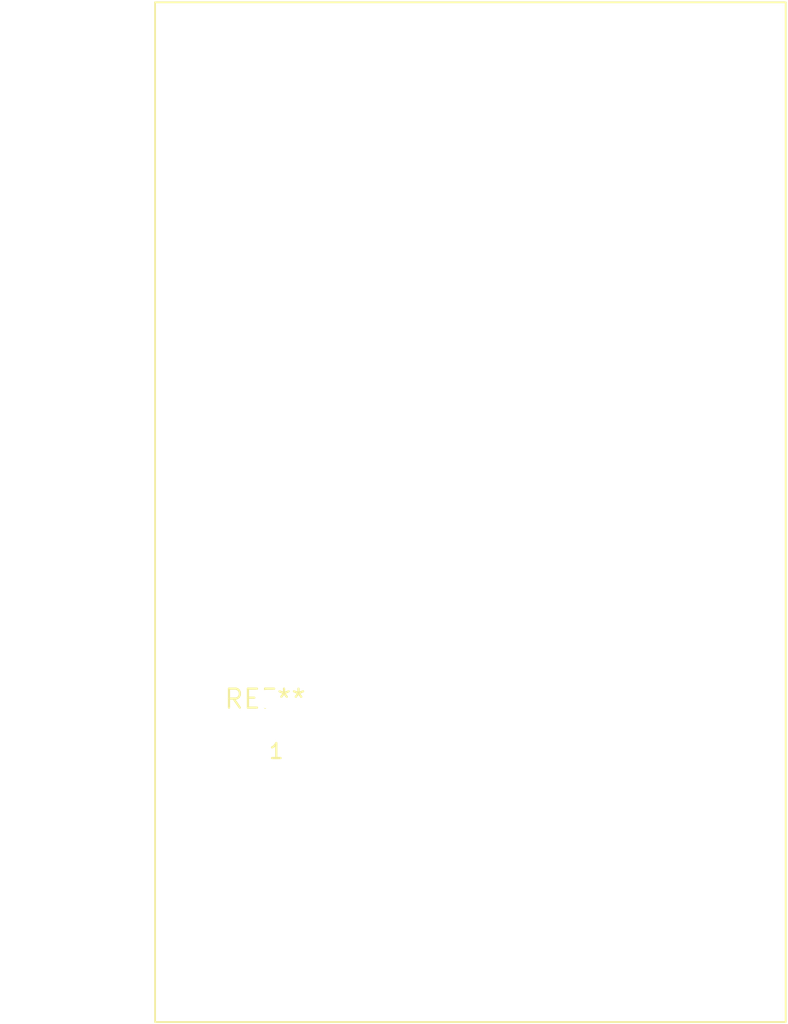
<source format=kicad_pcb>
(kicad_pcb (version 20240108) (generator pcbnew)
  (layers (0 "F.Cu" signal) (31 "B.Cu" signal) (34 "B.Paste" user) (35 "F.Paste" user) (36 "B.SilkS" user "B.Silkscreen") (37 "F.SilkS" user "F.Silkscreen") (38 "B.Mask" user) (39 "F.Mask" user) (44 "Edge.Cuts" user))
  (net 0 "")
  (footprint "Transformer_CHK_EI48-10VA_Neutral" (layer "F.Cu") (at 0 0)
    (property "Reference" "REF**")
    (property "Value" "Transformer_CHK_EI48-10VA_Neutral")
    (fp_line (start -7.37 -46.62) (end -7.37 21.62) (layer "F.SilkS") (stroke (width 0.12)))
    (fp_line (start -7.37 -46.62) (end 34.87 -46.62) (layer "F.SilkS") (stroke (width 0.12)))
    (fp_line (start 34.87 21.62) (end -7.37 21.62) (layer "F.SilkS") (stroke (width 0.12)))
    (fp_line (start 34.87 21.62) (end 34.87 -46.62) (layer "F.SilkS") (stroke (width 0.12)))
    (fp_text user "1" (at 0.75 3.5 0) (layer "F.SilkS"))
    (pad "" np_thru_hole circle (at 13.75 -42.25) (size 4.5 4.5) (drill 4.5) (layers *.Cu *.Mask))
    (pad "" np_thru_hole circle (at 13.75 17.25) (size 4.5 4.5) (drill 4.5) (layers *.Cu *.Mask))
    (pad "1" thru_hole circle (at 0 0) (size 3 3) (drill 1.2) (layers *.Cu *.Mask) (remove_unused_layers))
    (pad "2" thru_hole circle (at 0 -5) (size 3 3) (drill 1.2) (layers *.Cu *.Mask) (remove_unused_layers))
    (pad "3" thru_hole circle (at 0 -10) (size 3 3) (drill 1.2) (layers *.Cu *.Mask) (remove_unused_layers))
    (pad "4" thru_hole circle (at 0 -15) (size 3 3) (drill 1.2) (layers *.Cu *.Mask) (remove_unused_layers))
    (pad "5" thru_hole circle (at 0 -20) (size 3 3) (drill 1.2) (layers *.Cu *.Mask) (remove_unused_layers))
    (pad "6" thru_hole circle (at 0 -25.05) (size 3 3) (drill 1.2) (layers *.Cu *.Mask) (remove_unused_layers))
    (pad "7" thru_hole circle (at 27.5 -25) (size 3 3) (drill 1.2) (layers *.Cu *.Mask) (remove_unused_layers))
    (pad "8" thru_hole circle (at 27.5 -20) (size 3 3) (drill 1.2) (layers *.Cu *.Mask) (remove_unused_layers))
    (pad "9" thru_hole circle (at 27.5 -15) (size 3 3) (drill 1.2) (layers *.Cu *.Mask) (remove_unused_layers))
    (pad "10" thru_hole circle (at 27.5 -10) (size 3 3) (drill 1.2) (layers *.Cu *.Mask) (remove_unused_layers))
    (pad "11" thru_hole circle (at 27.5 -5) (size 3 3) (drill 1.2) (layers *.Cu *.Mask) (remove_unused_layers))
    (pad "12" thru_hole circle (at 27.5 0) (size 3 3) (drill 1.2) (layers *.Cu *.Mask) (remove_unused_layers))
  )
)
</source>
